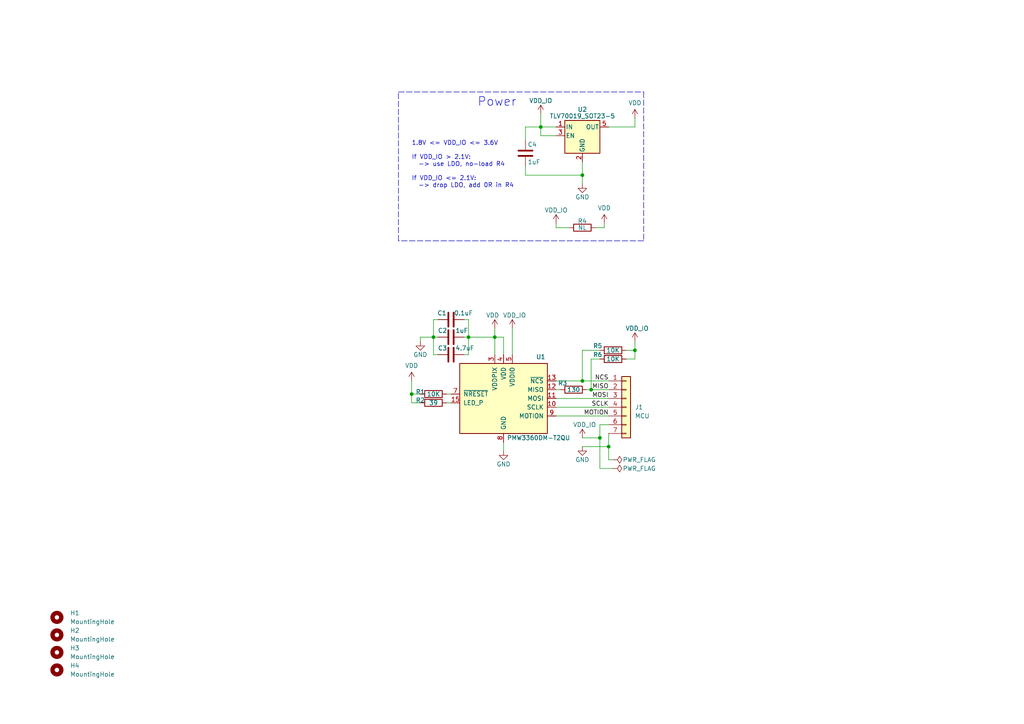
<source format=kicad_sch>
(kicad_sch (version 20201015) (generator eeschema)
  (paper "A4")
  (title_block (title "PMW3360DM-T2QU") (date "2021-01-13") (rev "1.0.0"))
  (lib_symbols
    (symbol "Connector_Generic:Conn_01x07" (pin_names (offset 1.016) hide)
      (property "Reference" "J" (at 0 10.16 0))
      (property "Value" "Conn_01x07" (at 0 -10.16 0))
      (symbol "Conn_01x07_1_1"
        (rectangle (start -1.27 -4.953) (end 0 -5.207) (stroke (width 0.1524)))
        (rectangle (start -1.27 -7.493) (end 0 -7.747) (stroke (width 0.1524)))
        (rectangle (start -1.27 -2.413) (end 0 -2.667) (stroke (width 0.1524)))
        (rectangle (start -1.27 2.667) (end 0 2.413) (stroke (width 0.1524)))
        (rectangle (start -1.27 5.207) (end 0 4.953) (stroke (width 0.1524)))
        (rectangle (start -1.27 7.747) (end 0 7.493) (stroke (width 0.1524)))
        (rectangle (start -1.27 8.89) (end 1.27 -8.89) (stroke (width 0.254)) (fill (type background)))
        (rectangle (start -1.27 0.127) (end 0 -0.127) (stroke (width 0.1524)))
        (pin passive line (at -5.08 7.62 0) (length 3.81) (name "Pin_1") (number "1"))
        (pin passive line (at -5.08 5.08 0) (length 3.81) (name "Pin_2") (number "2"))
        (pin passive line (at -5.08 2.54 0) (length 3.81) (name "Pin_3") (number "3"))
        (pin passive line (at -5.08 0 0) (length 3.81) (name "Pin_4") (number "4"))
        (pin passive line (at -5.08 -2.54 0) (length 3.81) (name "Pin_5") (number "5"))
        (pin passive line (at -5.08 -5.08 0) (length 3.81) (name "Pin_6") (number "6"))
        (pin passive line (at -5.08 -7.62 0) (length 3.81) (name "Pin_7") (number "7"))
      )
    )
    (symbol "Device:C" (pin_numbers hide) (pin_names (offset 0.254))
      (property "Reference" "C" (at 0.635 2.54 0))
      (property "Value" "C" (at 0.635 -2.54 0))
      (symbol "C_0_1"
        (polyline (pts (xy -2.032 -0.762) (xy 2.032 -0.762)) (stroke (width 0.508)))
        (polyline (pts (xy -2.032 0.762) (xy 2.032 0.762)) (stroke (width 0.508)))
      )
      (symbol "C_1_1"
        (pin passive line (at 0 3.81 270) (length 2.794) (name "~") (number "1"))
        (pin passive line (at 0 -3.81 90) (length 2.794) (name "~") (number "2"))
      )
    )
    (symbol "Device:R" (pin_numbers hide) (pin_names (offset 0))
      (property "Reference" "R" (at 2.032 0 90))
      (property "Value" "R" (at 0 0 90))
      (symbol "R_0_1"
        (rectangle (start -1.016 -2.54) (end 1.016 2.54) (stroke (width 0.254)))
      )
      (symbol "R_1_1"
        (pin passive line (at 0 3.81 270) (length 1.27) (name "~") (number "1"))
        (pin passive line (at 0 -3.81 90) (length 1.27) (name "~") (number "2"))
      )
    )
    (symbol "Mechanical:MountingHole" (pin_names (offset 1.016))
      (property "Reference" "H" (at 0 5.08 0))
      (property "Value" "MountingHole" (at 0 3.175 0))
      (symbol "MountingHole_0_1"
        (circle (center 0 0) (radius 1.27) (stroke (width 1.27)))
      )
    )
    (symbol "Regulator_Linear:TLV70019_SOT23-5" (pin_names (offset 0.254))
      (property "Reference" "U" (at -3.81 5.715 0))
      (property "Value" "TLV70019_SOT23-5" (at 0 5.715 0))
      (symbol "TLV70019_SOT23-5_0_1"
        (rectangle (start -5.08 4.445) (end 5.08 -5.08) (stroke (width 0.254)) (fill (type background)))
      )
      (symbol "TLV70019_SOT23-5_1_1"
        (pin power_in line (at -7.62 2.54 0) (length 2.54) (name "IN") (number "1"))
        (pin power_in line (at 0 -7.62 90) (length 2.54) (name "GND") (number "2"))
        (pin input line (at -7.62 0 0) (length 2.54) (name "EN") (number "3"))
        (pin unconnected line (at 5.08 0 180) (length 2.54) hide (name "NC") (number "4"))
        (pin power_out line (at 7.62 2.54 180) (length 2.54) (name "OUT") (number "5"))
      )
    )
    (symbol "Sensor_Optical_rhssk:PMW3360DM-T2QU" (pin_names (offset 1.016))
      (property "Reference" "U" (at -15.24 21.59 0))
      (property "Value" "PMW3360DM-T2QU" (at -15.24 19.05 0))
      (symbol "PMW3360DM-T2QU_0_1"
        (rectangle (start -12.7 17.78) (end 12.7 -2.54) (stroke (width 0.254)) (fill (type background)))
      )
      (symbol "PMW3360DM-T2QU_1_1"
        (pin power_in line (at 0 -5.08 90) (length 2.54) (name "GND") (number "8"))
        (pin input line (at -15.24 8.89 0) (length 2.54) (name "~NRESET~") (number "7"))
        (pin input line (at -15.24 6.35 0) (length 2.54) (name "LED_P") (number "15"))
        (pin power_in line (at 0 20.32 270) (length 2.54) (name "VDD") (number "4"))
        (pin unconnected line (at -10.16 -5.08 90) (length 2.54) hide (name "NC") (number "1"))
        (pin power_in line (at 2.54 20.32 270) (length 2.54) (name "VDDIO") (number "5"))
        (pin input line (at 15.24 5.08 180) (length 2.54) (name "SCLK") (number "10"))
        (pin input line (at 15.24 7.62 180) (length 2.54) (name "MOSI") (number "11"))
        (pin output line (at 15.24 10.16 180) (length 2.54) (name "MISO") (number "12"))
        (pin input line (at 15.24 12.7 180) (length 2.54) (name "~NCS~") (number "13"))
        (pin power_in line (at -2.54 20.32 270) (length 2.54) (name "VDDPIX") (number "3"))
        (pin unconnected line (at -7.62 -5.08 90) (length 2.54) hide (name "NC") (number "2"))
        (pin unconnected line (at 5.08 -5.08 90) (length 2.54) hide (name "NC") (number "6"))
        (pin unconnected line (at 7.62 -5.08 90) (length 2.54) hide (name "NC") (number "14"))
        (pin unconnected line (at 10.16 -5.08 90) (length 2.54) hide (name "NC") (number "16"))
        (pin output line (at 15.24 2.54 180) (length 2.54) (name "MOTION") (number "9"))
      )
    )
    (symbol "power:GND" (power) (pin_names (offset 0))
      (property "Value" "GND" (at 0 -3.81 0))
      (symbol "GND_0_1"
        (polyline (pts (xy 0 0) (xy 0 -1.27) (xy 1.27 -1.27) (xy 0 -2.54) (xy -1.27 -1.27) (xy 0 -1.27)))
      )
      (symbol "GND_1_1"
        (pin power_in line (at 0 0 270) (length 0) hide (name "GND") (number "1"))
      )
    )
    (symbol "power:PWR_FLAG" (power) (pin_numbers hide) (pin_names (offset 0) hide)
      (property "Value" "PWR_FLAG" (at 0 3.81 0))
      (symbol "PWR_FLAG_0_0"
        (pin power_out line (at 0 0 90) (length 0) (name "pwr") (number "1"))
      )
      (symbol "PWR_FLAG_0_1"
        (polyline (pts (xy 0 0) (xy 0 1.27) (xy -1.016 1.905) (xy 0 2.54) (xy 1.016 1.905) (xy 0 1.27)))
      )
    )
    (symbol "power:VDD" (power) (pin_names (offset 0))
      (property "Value" "VDD" (at 0 3.81 0))
      (symbol "VDD_0_1"
        (polyline (pts (xy -0.762 1.27) (xy 0 2.54)))
        (polyline (pts (xy 0 0) (xy 0 2.54)))
        (polyline (pts (xy 0 2.54) (xy 0.762 1.27)))
      )
      (symbol "VDD_1_1"
        (pin power_in line (at 0 0 90) (length 0) hide (name "VDD") (number "1"))
      )
    )
    (symbol "power_rhssk:VDD_IO" (power) (pin_names (offset 0))
      (property "Value" "VDD_IO" (at 0 3.81 0))
      (symbol "VDD_IO_0_1"
        (polyline (pts (xy -0.762 1.27) (xy 0 2.54)))
        (polyline (pts (xy 0 0) (xy 0 2.54)))
        (polyline (pts (xy 0 2.54) (xy 0.762 1.27)))
      )
      (symbol "VDD_IO_1_1"
        (pin power_in line (at 0 0 90) (length 0) hide (name "VDD_IO") (number "1"))
      )
    )
  )
  (junction (at 119.38 114.3) (diameter 0.9144))
  (junction (at 125.73 97.79) (diameter 0.9144))
  (junction (at 135.89 97.79) (diameter 0.9144))
  (junction (at 143.51 97.79) (diameter 0.9144))
  (junction (at 156.845 36.83) (diameter 0.9144))
  (junction (at 168.91 50.8) (diameter 0.9144))
  (junction (at 168.91 110.49) (diameter 0.9144))
  (junction (at 171.45 113.03) (diameter 0.9144))
  (junction (at 173.99 127) (diameter 0.9144))
  (junction (at 176.53 129.54) (diameter 0.9144))
  (junction (at 184.15 101.6) (diameter 0.9144))
  (wire (pts (xy 119.38 110.49) (xy 119.38 114.3)))
  (wire (pts (xy 119.38 114.3) (xy 119.38 116.84)))
  (wire (pts (xy 119.38 114.3) (xy 121.92 114.3)))
  (wire (pts (xy 119.38 116.84) (xy 121.92 116.84)))
  (wire (pts (xy 121.92 97.79) (xy 121.92 99.06)))
  (wire (pts (xy 121.92 97.79) (xy 125.73 97.79)))
  (wire (pts (xy 125.73 92.71) (xy 125.73 97.79)))
  (wire (pts (xy 125.73 97.79) (xy 125.73 102.87)))
  (wire (pts (xy 125.73 102.87) (xy 127 102.87)))
  (wire (pts (xy 127 92.71) (xy 125.73 92.71)))
  (wire (pts (xy 127 97.79) (xy 125.73 97.79)))
  (wire (pts (xy 129.54 114.3) (xy 130.81 114.3)))
  (wire (pts (xy 129.54 116.84) (xy 130.81 116.84)))
  (wire (pts (xy 134.62 92.71) (xy 135.89 92.71)))
  (wire (pts (xy 134.62 102.87) (xy 135.89 102.87)))
  (wire (pts (xy 135.89 92.71) (xy 135.89 97.79)))
  (wire (pts (xy 135.89 97.79) (xy 134.62 97.79)))
  (wire (pts (xy 135.89 97.79) (xy 143.51 97.79)))
  (wire (pts (xy 135.89 102.87) (xy 135.89 97.79)))
  (wire (pts (xy 143.51 95.25) (xy 143.51 97.79)))
  (wire (pts (xy 143.51 97.79) (xy 143.51 102.87)))
  (wire (pts (xy 143.51 97.79) (xy 146.05 97.79)))
  (wire (pts (xy 146.05 97.79) (xy 146.05 102.87)))
  (wire (pts (xy 146.05 128.27) (xy 146.05 130.81)))
  (wire (pts (xy 148.59 95.25) (xy 148.59 102.87)))
  (wire (pts (xy 152.4 36.83) (xy 152.4 40.64)))
  (wire (pts (xy 152.4 48.26) (xy 152.4 50.8)))
  (wire (pts (xy 152.4 50.8) (xy 168.91 50.8)))
  (wire (pts (xy 156.845 33.02) (xy 156.845 36.83)))
  (wire (pts (xy 156.845 36.83) (xy 152.4 36.83)))
  (wire (pts (xy 156.845 36.83) (xy 156.845 39.37)))
  (wire (pts (xy 156.845 36.83) (xy 161.29 36.83)))
  (wire (pts (xy 156.845 39.37) (xy 161.29 39.37)))
  (wire (pts (xy 161.29 66.04) (xy 161.29 64.77)))
  (wire (pts (xy 161.29 110.49) (xy 168.91 110.49)))
  (wire (pts (xy 161.29 113.03) (xy 162.56 113.03)))
  (wire (pts (xy 161.29 115.57) (xy 176.53 115.57)))
  (wire (pts (xy 161.29 118.11) (xy 176.53 118.11)))
  (wire (pts (xy 161.29 120.65) (xy 176.53 120.65)))
  (wire (pts (xy 165.1 66.04) (xy 161.29 66.04)))
  (wire (pts (xy 168.91 46.99) (xy 168.91 50.8)))
  (wire (pts (xy 168.91 50.8) (xy 168.91 53.34)))
  (wire (pts (xy 168.91 101.6) (xy 168.91 110.49)))
  (wire (pts (xy 168.91 110.49) (xy 176.53 110.49)))
  (wire (pts (xy 168.91 127) (xy 173.99 127)))
  (wire (pts (xy 168.91 129.54) (xy 176.53 129.54)))
  (wire (pts (xy 170.18 113.03) (xy 171.45 113.03)))
  (wire (pts (xy 171.45 104.14) (xy 171.45 113.03)))
  (wire (pts (xy 171.45 113.03) (xy 176.53 113.03)))
  (wire (pts (xy 173.99 101.6) (xy 168.91 101.6)))
  (wire (pts (xy 173.99 104.14) (xy 171.45 104.14)))
  (wire (pts (xy 173.99 123.19) (xy 173.99 127)))
  (wire (pts (xy 173.99 135.89) (xy 173.99 127)))
  (wire (pts (xy 175.26 64.77) (xy 175.26 66.04)))
  (wire (pts (xy 175.26 66.04) (xy 172.72 66.04)))
  (wire (pts (xy 176.53 36.83) (xy 184.15 36.83)))
  (wire (pts (xy 176.53 123.19) (xy 173.99 123.19)))
  (wire (pts (xy 176.53 125.73) (xy 176.53 129.54)))
  (wire (pts (xy 176.53 133.35) (xy 176.53 129.54)))
  (wire (pts (xy 177.8 133.35) (xy 176.53 133.35)))
  (wire (pts (xy 177.8 135.89) (xy 173.99 135.89)))
  (wire (pts (xy 181.61 101.6) (xy 184.15 101.6)))
  (wire (pts (xy 184.15 36.83) (xy 184.15 34.29)))
  (wire (pts (xy 184.15 99.06) (xy 184.15 101.6)))
  (wire (pts (xy 184.15 101.6) (xy 184.15 104.14)))
  (wire (pts (xy 184.15 104.14) (xy 181.61 104.14)))
  (polyline (pts (xy 115.57 26.67) (xy 186.69 26.67)) (stroke (width 0) (type dash)))
  (polyline (pts (xy 115.57 69.85) (xy 115.57 26.67)) (stroke (width 0) (type dash)))
  (polyline (pts (xy 186.69 26.67) (xy 186.69 69.85)) (stroke (width 0) (type dash)))
  (polyline (pts (xy 186.69 69.85) (xy 115.57 69.85)) (stroke (width 0) (type dash)))
  (text "1.8V <= VDD_IO <= 3.6V\n\nIf VDD_IO > 2.1V:\n  -> use LDO, no-load R4\n\nIf VDD_IO <= 2.1V:\n  -> drop LDO, add 0R in R4" (at 119.38 54.61 0) (effects (font (size 1.27 1.27)) (justify left bottom)))
  (text "Power" (at 138.43 31.115 0) (effects (font (size 2.54 2.54)) (justify left bottom)))
  (label "NCS" (at 176.53 110.49 180))
  (label "MISO" (at 176.53 113.03 180))
  (label "MOSI" (at 176.53 115.57 180))
  (label "SCLK" (at 176.53 118.11 180))
  (label "MOTION" (at 176.53 120.65 180))
  (symbol (lib_id "power:PWR_FLAG") (at 177.8 133.35 270) (unit 1)
    (property "Reference" "#FLG01" (effects hide))
    (property "Value" "PWR_FLAG" (at 185.42 133.35 90))
  )
  (symbol (lib_id "power:PWR_FLAG") (at 177.8 135.89 270) (unit 1)
    (property "Reference" "#FLG02" (effects hide))
    (property "Value" "PWR_FLAG" (at 185.42 135.89 90))
  )
  (symbol (lib_id "power:VDD") (at 119.38 110.49 0) (unit 1)
    (property "Reference" "#PWR01" (effects hide))
    (property "Value" "VDD" (at 119.38 106.045 0))
  )
  (symbol (lib_id "power:VDD") (at 143.51 95.25 0) (unit 1)
    (property "Reference" "#PWR03" (effects hide))
    (property "Value" "VDD" (at 142.875 91.44 0))
  )
  (symbol (lib_id "power_rhssk:VDD_IO") (at 148.59 95.25 0) (unit 1)
    (property "Reference" "#PWR05" (effects hide))
    (property "Value" "VDD_IO" (at 149.225 91.44 0))
  )
  (symbol (lib_id "power_rhssk:VDD_IO") (at 156.845 33.02 0) (unit 1)
    (property "Reference" "#PWR06" (effects hide))
    (property "Value" "VDD_IO" (at 156.845 29.21 0))
  )
  (symbol (lib_id "power_rhssk:VDD_IO") (at 161.29 64.77 0) (unit 1)
    (property "Reference" "#PWR07" (effects hide))
    (property "Value" "VDD_IO" (at 161.29 60.96 0))
  )
  (symbol (lib_id "power_rhssk:VDD_IO") (at 168.91 127 0) (unit 1)
    (property "Reference" "#PWR09" (effects hide))
    (property "Value" "VDD_IO" (at 169.545 123.19 0))
  )
  (symbol (lib_id "power:VDD") (at 175.26 64.77 0) (unit 1)
    (property "Reference" "#PWR011" (effects hide))
    (property "Value" "VDD" (at 175.26 60.325 0))
  )
  (symbol (lib_id "power:VDD") (at 184.15 34.29 0) (unit 1)
    (property "Reference" "#PWR012" (effects hide))
    (property "Value" "VDD" (at 184.15 29.845 0))
  )
  (symbol (lib_id "power_rhssk:VDD_IO") (at 184.15 99.06 0) (unit 1)
    (property "Reference" "#PWR013" (effects hide))
    (property "Value" "VDD_IO" (at 184.785 95.25 0))
  )
  (symbol (lib_id "power:GND") (at 121.92 99.06 0) (unit 1)
    (property "Reference" "#PWR02" (effects hide))
    (property "Value" "GND" (at 121.92 102.87 0))
  )
  (symbol (lib_id "power:GND") (at 146.05 130.81 0) (unit 1)
    (property "Reference" "#PWR04" (effects hide))
    (property "Value" "GND" (at 146.05 134.62 0))
  )
  (symbol (lib_id "power:GND") (at 168.91 53.34 0) (unit 1)
    (property "Reference" "#PWR08" (effects hide))
    (property "Value" "GND" (at 168.91 57.15 0))
  )
  (symbol (lib_id "power:GND") (at 168.91 129.54 0) (unit 1)
    (property "Reference" "#PWR010" (effects hide))
    (property "Value" "GND" (at 168.91 133.35 0))
  )
  (symbol (lib_id "Mechanical:MountingHole") (at 16.51 179.07 0) (unit 1)
    (property "Reference" "H1" (at 20.32 177.8 0) (effects (justify left)))
    (property "Value" "MountingHole" (at 20.32 180.34 0) (effects (justify left)))
    (property "Footprint" "MountingHole:MountingHole_2.2mm_M2_Pad_Via" (effects hide))
  )
  (symbol (lib_id "Mechanical:MountingHole") (at 16.51 184.15 0) (unit 1)
    (property "Reference" "H2" (at 20.32 182.88 0) (effects (justify left)))
    (property "Value" "MountingHole" (at 20.32 185.42 0) (effects (justify left)))
    (property "Footprint" "MountingHole:MountingHole_2.2mm_M2_Pad_Via" (effects hide))
  )
  (symbol (lib_id "Mechanical:MountingHole") (at 16.51 189.23 0) (unit 1)
    (property "Reference" "H3" (at 20.32 187.96 0) (effects (justify left)))
    (property "Value" "MountingHole" (at 20.32 190.5 0) (effects (justify left)))
    (property "Footprint" "MountingHole:MountingHole_2.2mm_M2_Pad_Via" (effects hide))
  )
  (symbol (lib_id "Mechanical:MountingHole") (at 16.51 194.31 0) (unit 1)
    (property "Reference" "H4" (at 20.32 193.04 0) (effects (justify left)))
    (property "Value" "MountingHole" (at 20.32 195.58 0) (effects (justify left)))
    (property "Footprint" "MountingHole:MountingHole_2.2mm_M2_Pad_Via" (effects hide))
  )
  (symbol (lib_id "Device:R") (at 125.73 114.3 90) (unit 1)
    (property "Reference" "R1" (at 121.92 113.665 90))
    (property "Value" "10K" (at 125.73 114.3 90))
    (property "Footprint" "Resistor_SMD:R_0805_2012Metric" (effects hide))
    (property "manf#" "MCWR08X1002FTL" (effects hide))
  )
  (symbol (lib_id "Device:R") (at 125.73 116.84 90) (unit 1)
    (property "Reference" "R2" (at 121.92 116.078 90))
    (property "Value" "39" (at 125.73 116.84 90))
    (property "Footprint" "Resistor_SMD:R_0805_2012Metric" (effects hide))
    (property "manf#" "MCWR08X39R0FTL" (effects hide))
  )
  (symbol (lib_id "Device:R") (at 166.37 113.03 90) (unit 1)
    (property "Reference" "R3" (at 163.195 111.125 90))
    (property "Value" "130" (at 166.37 113.03 90))
    (property "Footprint" "Resistor_SMD:R_0805_2012Metric" (effects hide))
    (property "manf#" "MCWR08X1300FTL" (effects hide))
  )
  (symbol (lib_id "Device:R") (at 168.91 66.04 90) (unit 1)
    (property "Reference" "R4" (at 168.91 64.135 90))
    (property "Value" "NL" (at 168.91 66.04 90))
    (property "Footprint" "Resistor_SMD:R_0805_2012Metric" (effects hide))
  )
  (symbol (lib_id "Device:R") (at 177.8 101.6 90) (unit 1)
    (property "Reference" "R5" (at 173.355 100.33 90))
    (property "Value" "10K" (at 177.8 101.6 90))
    (property "Footprint" "Resistor_SMD:R_0805_2012Metric" (effects hide))
    (property "manf#" "MCWR08X1002FTL" (effects hide))
  )
  (symbol (lib_id "Device:R") (at 177.8 104.14 90) (unit 1)
    (property "Reference" "R6" (at 173.355 102.87 90))
    (property "Value" "10K" (at 177.8 104.14 90))
    (property "Footprint" "Resistor_SMD:R_0805_2012Metric" (effects hide))
    (property "manf#" "MCWR08X1002FTL" (effects hide))
  )
  (symbol (lib_id "Device:C") (at 130.81 92.71 90) (unit 1)
    (property "Reference" "C1" (at 129.54 90.805 90) (effects (justify left)))
    (property "Value" "0.1uF" (at 137.16 90.805 90) (effects (justify left)))
    (property "Footprint" "Capacitor_SMD:C_0805_2012Metric" (effects hide))
    (property "manf#" "0805B105K100CT" (effects hide))
  )
  (symbol (lib_id "Device:C") (at 130.81 97.79 270) (unit 1)
    (property "Reference" "C2" (at 127 95.885 90) (effects (justify left)))
    (property "Value" "1uF" (at 132.08 95.885 90) (effects (justify left)))
    (property "Footprint" "Capacitor_SMD:C_0805_2012Metric" (effects hide))
    (property "manf#" "0805B104K500CT" (effects hide))
  )
  (symbol (lib_id "Device:C") (at 130.81 102.87 270) (unit 1)
    (property "Reference" "C3" (at 127 100.965 90) (effects (justify left)))
    (property "Value" "4.7uF" (at 132.08 100.965 90) (effects (justify left)))
    (property "Footprint" "Capacitor_SMD:C_0805_2012Metric" (effects hide))
    (property "manf#" "MCTT21F475Z100CT" (effects hide))
  )
  (symbol (lib_id "Device:C") (at 152.4 44.45 0) (unit 1)
    (property "Reference" "C4" (at 153.035 41.91 0) (effects (justify left)))
    (property "Value" "1uF" (at 153.035 46.99 0) (effects (justify left)))
    (property "Footprint" "Capacitor_SMD:C_0805_2012Metric" (effects hide))
    (property "manf#" "0805B105K100CT" (effects hide))
  )
  (symbol (lib_id "Connector_Generic:Conn_01x07") (at 181.61 118.11 0) (unit 1)
    (property "Reference" "J1" (at 184.15 118.11 0) (effects (justify left)))
    (property "Value" "MCU" (at 184.15 120.65 0) (effects (justify left)))
    (property "Footprint" "Connector_PinHeader_1.27mm:PinHeader_1x07_P1.27mm_Vertical" (effects hide))
  )
  (symbol (lib_id "Regulator_Linear:TLV70019_SOT23-5") (at 168.91 39.37 0) (unit 1)
    (property "Reference" "U2" (at 168.91 31.75 0))
    (property "Value" "TLV70019_SOT23-5" (at 168.91 33.655 0))
    (property "Footprint" "Package_TO_SOT_SMD:SOT-23-5" (effects hide))
    (property "Datasheet" "http://www.ti.com/lit/ds/symlink/tlv700.pdf" (effects hide))
    (property "manf#" "TLV70019DDCT" (effects hide))
  )
  (symbol (lib_id "Sensor_Optical_rhssk:PMW3360DM-T2QU") (at 146.05 123.19 0) (unit 1)
    (property "Reference" "U1" (at 156.845 103.505 0))
    (property "Value" "PMW3360DM-T2QU" (at 156.21 127 0))
    (property "Footprint" "Pixart:PMW3360DM-T2QU" (effects hide))
    (property "Datasheet" "https://www.pixart.com/_getfs.php?tb=product&id=10&fs=ck2_fs_en" (effects hide))
  )
)
</source>
